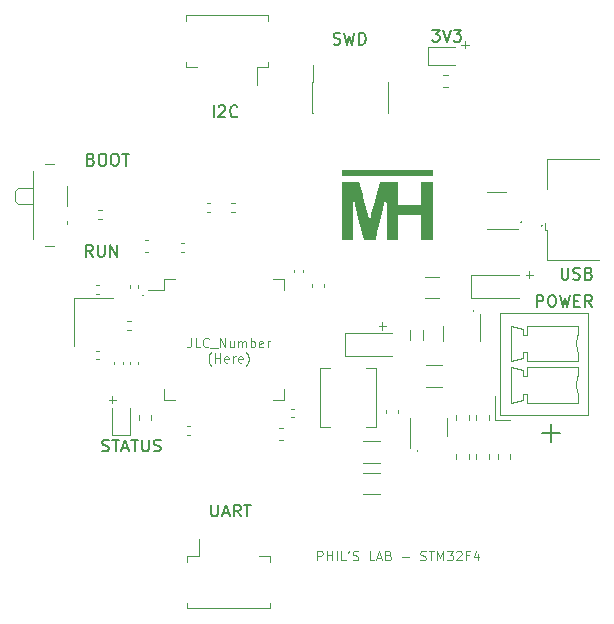
<source format=gbr>
%TF.GenerationSoftware,KiCad,Pcbnew,7.0.7*%
%TF.CreationDate,2023-08-28T01:03:24+03:00*%
%TF.ProjectId,STM32F405_Lesson_1,53544d33-3246-4343-9035-5f4c6573736f,rev?*%
%TF.SameCoordinates,Original*%
%TF.FileFunction,Legend,Top*%
%TF.FilePolarity,Positive*%
%FSLAX46Y46*%
G04 Gerber Fmt 4.6, Leading zero omitted, Abs format (unit mm)*
G04 Created by KiCad (PCBNEW 7.0.7) date 2023-08-28 01:03:24*
%MOMM*%
%LPD*%
G01*
G04 APERTURE LIST*
%ADD10C,0.100000*%
%ADD11C,0.125000*%
%ADD12C,0.150000*%
%ADD13C,0.200000*%
%ADD14C,0.120000*%
G04 APERTURE END LIST*
D10*
X74619047Y-68558895D02*
X74619047Y-69130323D01*
X74619047Y-69130323D02*
X74580952Y-69244609D01*
X74580952Y-69244609D02*
X74504761Y-69320800D01*
X74504761Y-69320800D02*
X74390476Y-69358895D01*
X74390476Y-69358895D02*
X74314285Y-69358895D01*
X75380952Y-69358895D02*
X75000000Y-69358895D01*
X75000000Y-69358895D02*
X75000000Y-68558895D01*
X76104762Y-69282704D02*
X76066666Y-69320800D01*
X76066666Y-69320800D02*
X75952381Y-69358895D01*
X75952381Y-69358895D02*
X75876190Y-69358895D01*
X75876190Y-69358895D02*
X75761904Y-69320800D01*
X75761904Y-69320800D02*
X75685714Y-69244609D01*
X75685714Y-69244609D02*
X75647619Y-69168419D01*
X75647619Y-69168419D02*
X75609523Y-69016038D01*
X75609523Y-69016038D02*
X75609523Y-68901752D01*
X75609523Y-68901752D02*
X75647619Y-68749371D01*
X75647619Y-68749371D02*
X75685714Y-68673180D01*
X75685714Y-68673180D02*
X75761904Y-68596990D01*
X75761904Y-68596990D02*
X75876190Y-68558895D01*
X75876190Y-68558895D02*
X75952381Y-68558895D01*
X75952381Y-68558895D02*
X76066666Y-68596990D01*
X76066666Y-68596990D02*
X76104762Y-68635085D01*
X76257143Y-69435085D02*
X76866666Y-69435085D01*
X77057143Y-69358895D02*
X77057143Y-68558895D01*
X77057143Y-68558895D02*
X77514286Y-69358895D01*
X77514286Y-69358895D02*
X77514286Y-68558895D01*
X78238095Y-68825561D02*
X78238095Y-69358895D01*
X77895238Y-68825561D02*
X77895238Y-69244609D01*
X77895238Y-69244609D02*
X77933333Y-69320800D01*
X77933333Y-69320800D02*
X78009523Y-69358895D01*
X78009523Y-69358895D02*
X78123809Y-69358895D01*
X78123809Y-69358895D02*
X78200000Y-69320800D01*
X78200000Y-69320800D02*
X78238095Y-69282704D01*
X78619048Y-69358895D02*
X78619048Y-68825561D01*
X78619048Y-68901752D02*
X78657143Y-68863657D01*
X78657143Y-68863657D02*
X78733333Y-68825561D01*
X78733333Y-68825561D02*
X78847619Y-68825561D01*
X78847619Y-68825561D02*
X78923810Y-68863657D01*
X78923810Y-68863657D02*
X78961905Y-68939847D01*
X78961905Y-68939847D02*
X78961905Y-69358895D01*
X78961905Y-68939847D02*
X79000000Y-68863657D01*
X79000000Y-68863657D02*
X79076191Y-68825561D01*
X79076191Y-68825561D02*
X79190476Y-68825561D01*
X79190476Y-68825561D02*
X79266667Y-68863657D01*
X79266667Y-68863657D02*
X79304762Y-68939847D01*
X79304762Y-68939847D02*
X79304762Y-69358895D01*
X79685715Y-69358895D02*
X79685715Y-68558895D01*
X79685715Y-68863657D02*
X79761905Y-68825561D01*
X79761905Y-68825561D02*
X79914286Y-68825561D01*
X79914286Y-68825561D02*
X79990477Y-68863657D01*
X79990477Y-68863657D02*
X80028572Y-68901752D01*
X80028572Y-68901752D02*
X80066667Y-68977942D01*
X80066667Y-68977942D02*
X80066667Y-69206514D01*
X80066667Y-69206514D02*
X80028572Y-69282704D01*
X80028572Y-69282704D02*
X79990477Y-69320800D01*
X79990477Y-69320800D02*
X79914286Y-69358895D01*
X79914286Y-69358895D02*
X79761905Y-69358895D01*
X79761905Y-69358895D02*
X79685715Y-69320800D01*
X80714287Y-69320800D02*
X80638096Y-69358895D01*
X80638096Y-69358895D02*
X80485715Y-69358895D01*
X80485715Y-69358895D02*
X80409525Y-69320800D01*
X80409525Y-69320800D02*
X80371429Y-69244609D01*
X80371429Y-69244609D02*
X80371429Y-68939847D01*
X80371429Y-68939847D02*
X80409525Y-68863657D01*
X80409525Y-68863657D02*
X80485715Y-68825561D01*
X80485715Y-68825561D02*
X80638096Y-68825561D01*
X80638096Y-68825561D02*
X80714287Y-68863657D01*
X80714287Y-68863657D02*
X80752382Y-68939847D01*
X80752382Y-68939847D02*
X80752382Y-69016038D01*
X80752382Y-69016038D02*
X80371429Y-69092228D01*
X81095239Y-69358895D02*
X81095239Y-68825561D01*
X81095239Y-68977942D02*
X81133334Y-68901752D01*
X81133334Y-68901752D02*
X81171429Y-68863657D01*
X81171429Y-68863657D02*
X81247620Y-68825561D01*
X81247620Y-68825561D02*
X81323810Y-68825561D01*
X76333334Y-70951657D02*
X76295239Y-70913561D01*
X76295239Y-70913561D02*
X76219048Y-70799276D01*
X76219048Y-70799276D02*
X76180953Y-70723085D01*
X76180953Y-70723085D02*
X76142858Y-70608800D01*
X76142858Y-70608800D02*
X76104763Y-70418323D01*
X76104763Y-70418323D02*
X76104763Y-70265942D01*
X76104763Y-70265942D02*
X76142858Y-70075466D01*
X76142858Y-70075466D02*
X76180953Y-69961180D01*
X76180953Y-69961180D02*
X76219048Y-69884990D01*
X76219048Y-69884990D02*
X76295239Y-69770704D01*
X76295239Y-69770704D02*
X76333334Y-69732609D01*
X76638096Y-70646895D02*
X76638096Y-69846895D01*
X76638096Y-70227847D02*
X77095239Y-70227847D01*
X77095239Y-70646895D02*
X77095239Y-69846895D01*
X77780953Y-70608800D02*
X77704762Y-70646895D01*
X77704762Y-70646895D02*
X77552381Y-70646895D01*
X77552381Y-70646895D02*
X77476191Y-70608800D01*
X77476191Y-70608800D02*
X77438095Y-70532609D01*
X77438095Y-70532609D02*
X77438095Y-70227847D01*
X77438095Y-70227847D02*
X77476191Y-70151657D01*
X77476191Y-70151657D02*
X77552381Y-70113561D01*
X77552381Y-70113561D02*
X77704762Y-70113561D01*
X77704762Y-70113561D02*
X77780953Y-70151657D01*
X77780953Y-70151657D02*
X77819048Y-70227847D01*
X77819048Y-70227847D02*
X77819048Y-70304038D01*
X77819048Y-70304038D02*
X77438095Y-70380228D01*
X78161905Y-70646895D02*
X78161905Y-70113561D01*
X78161905Y-70265942D02*
X78200000Y-70189752D01*
X78200000Y-70189752D02*
X78238095Y-70151657D01*
X78238095Y-70151657D02*
X78314286Y-70113561D01*
X78314286Y-70113561D02*
X78390476Y-70113561D01*
X78961905Y-70608800D02*
X78885714Y-70646895D01*
X78885714Y-70646895D02*
X78733333Y-70646895D01*
X78733333Y-70646895D02*
X78657143Y-70608800D01*
X78657143Y-70608800D02*
X78619047Y-70532609D01*
X78619047Y-70532609D02*
X78619047Y-70227847D01*
X78619047Y-70227847D02*
X78657143Y-70151657D01*
X78657143Y-70151657D02*
X78733333Y-70113561D01*
X78733333Y-70113561D02*
X78885714Y-70113561D01*
X78885714Y-70113561D02*
X78961905Y-70151657D01*
X78961905Y-70151657D02*
X79000000Y-70227847D01*
X79000000Y-70227847D02*
X79000000Y-70304038D01*
X79000000Y-70304038D02*
X78619047Y-70380228D01*
X79266666Y-70951657D02*
X79304761Y-70913561D01*
X79304761Y-70913561D02*
X79380952Y-70799276D01*
X79380952Y-70799276D02*
X79419047Y-70723085D01*
X79419047Y-70723085D02*
X79457142Y-70608800D01*
X79457142Y-70608800D02*
X79495238Y-70418323D01*
X79495238Y-70418323D02*
X79495238Y-70265942D01*
X79495238Y-70265942D02*
X79457142Y-70075466D01*
X79457142Y-70075466D02*
X79419047Y-69961180D01*
X79419047Y-69961180D02*
X79380952Y-69884990D01*
X79380952Y-69884990D02*
X79304761Y-69770704D01*
X79304761Y-69770704D02*
X79266666Y-69732609D01*
D11*
X85322712Y-87395595D02*
X85322712Y-86595595D01*
X85322712Y-86595595D02*
X85627474Y-86595595D01*
X85627474Y-86595595D02*
X85703664Y-86633690D01*
X85703664Y-86633690D02*
X85741759Y-86671785D01*
X85741759Y-86671785D02*
X85779855Y-86747976D01*
X85779855Y-86747976D02*
X85779855Y-86862261D01*
X85779855Y-86862261D02*
X85741759Y-86938452D01*
X85741759Y-86938452D02*
X85703664Y-86976547D01*
X85703664Y-86976547D02*
X85627474Y-87014642D01*
X85627474Y-87014642D02*
X85322712Y-87014642D01*
X86122712Y-87395595D02*
X86122712Y-86595595D01*
X86122712Y-86976547D02*
X86579855Y-86976547D01*
X86579855Y-87395595D02*
X86579855Y-86595595D01*
X86960807Y-87395595D02*
X86960807Y-86595595D01*
X87722711Y-87395595D02*
X87341759Y-87395595D01*
X87341759Y-87395595D02*
X87341759Y-86595595D01*
X88027473Y-86595595D02*
X87951282Y-86747976D01*
X88332234Y-87357500D02*
X88446520Y-87395595D01*
X88446520Y-87395595D02*
X88636996Y-87395595D01*
X88636996Y-87395595D02*
X88713187Y-87357500D01*
X88713187Y-87357500D02*
X88751282Y-87319404D01*
X88751282Y-87319404D02*
X88789377Y-87243214D01*
X88789377Y-87243214D02*
X88789377Y-87167023D01*
X88789377Y-87167023D02*
X88751282Y-87090833D01*
X88751282Y-87090833D02*
X88713187Y-87052738D01*
X88713187Y-87052738D02*
X88636996Y-87014642D01*
X88636996Y-87014642D02*
X88484615Y-86976547D01*
X88484615Y-86976547D02*
X88408425Y-86938452D01*
X88408425Y-86938452D02*
X88370330Y-86900357D01*
X88370330Y-86900357D02*
X88332234Y-86824166D01*
X88332234Y-86824166D02*
X88332234Y-86747976D01*
X88332234Y-86747976D02*
X88370330Y-86671785D01*
X88370330Y-86671785D02*
X88408425Y-86633690D01*
X88408425Y-86633690D02*
X88484615Y-86595595D01*
X88484615Y-86595595D02*
X88675092Y-86595595D01*
X88675092Y-86595595D02*
X88789377Y-86633690D01*
X90122711Y-87395595D02*
X89741759Y-87395595D01*
X89741759Y-87395595D02*
X89741759Y-86595595D01*
X90351282Y-87167023D02*
X90732235Y-87167023D01*
X90275092Y-87395595D02*
X90541759Y-86595595D01*
X90541759Y-86595595D02*
X90808425Y-87395595D01*
X91341758Y-86976547D02*
X91456044Y-87014642D01*
X91456044Y-87014642D02*
X91494139Y-87052738D01*
X91494139Y-87052738D02*
X91532235Y-87128928D01*
X91532235Y-87128928D02*
X91532235Y-87243214D01*
X91532235Y-87243214D02*
X91494139Y-87319404D01*
X91494139Y-87319404D02*
X91456044Y-87357500D01*
X91456044Y-87357500D02*
X91379854Y-87395595D01*
X91379854Y-87395595D02*
X91075092Y-87395595D01*
X91075092Y-87395595D02*
X91075092Y-86595595D01*
X91075092Y-86595595D02*
X91341758Y-86595595D01*
X91341758Y-86595595D02*
X91417949Y-86633690D01*
X91417949Y-86633690D02*
X91456044Y-86671785D01*
X91456044Y-86671785D02*
X91494139Y-86747976D01*
X91494139Y-86747976D02*
X91494139Y-86824166D01*
X91494139Y-86824166D02*
X91456044Y-86900357D01*
X91456044Y-86900357D02*
X91417949Y-86938452D01*
X91417949Y-86938452D02*
X91341758Y-86976547D01*
X91341758Y-86976547D02*
X91075092Y-86976547D01*
X92484616Y-87090833D02*
X93094140Y-87090833D01*
X94046520Y-87357500D02*
X94160806Y-87395595D01*
X94160806Y-87395595D02*
X94351282Y-87395595D01*
X94351282Y-87395595D02*
X94427473Y-87357500D01*
X94427473Y-87357500D02*
X94465568Y-87319404D01*
X94465568Y-87319404D02*
X94503663Y-87243214D01*
X94503663Y-87243214D02*
X94503663Y-87167023D01*
X94503663Y-87167023D02*
X94465568Y-87090833D01*
X94465568Y-87090833D02*
X94427473Y-87052738D01*
X94427473Y-87052738D02*
X94351282Y-87014642D01*
X94351282Y-87014642D02*
X94198901Y-86976547D01*
X94198901Y-86976547D02*
X94122711Y-86938452D01*
X94122711Y-86938452D02*
X94084616Y-86900357D01*
X94084616Y-86900357D02*
X94046520Y-86824166D01*
X94046520Y-86824166D02*
X94046520Y-86747976D01*
X94046520Y-86747976D02*
X94084616Y-86671785D01*
X94084616Y-86671785D02*
X94122711Y-86633690D01*
X94122711Y-86633690D02*
X94198901Y-86595595D01*
X94198901Y-86595595D02*
X94389378Y-86595595D01*
X94389378Y-86595595D02*
X94503663Y-86633690D01*
X94732235Y-86595595D02*
X95189378Y-86595595D01*
X94960806Y-87395595D02*
X94960806Y-86595595D01*
X95456045Y-87395595D02*
X95456045Y-86595595D01*
X95456045Y-86595595D02*
X95722711Y-87167023D01*
X95722711Y-87167023D02*
X95989378Y-86595595D01*
X95989378Y-86595595D02*
X95989378Y-87395595D01*
X96294140Y-86595595D02*
X96789378Y-86595595D01*
X96789378Y-86595595D02*
X96522712Y-86900357D01*
X96522712Y-86900357D02*
X96636997Y-86900357D01*
X96636997Y-86900357D02*
X96713188Y-86938452D01*
X96713188Y-86938452D02*
X96751283Y-86976547D01*
X96751283Y-86976547D02*
X96789378Y-87052738D01*
X96789378Y-87052738D02*
X96789378Y-87243214D01*
X96789378Y-87243214D02*
X96751283Y-87319404D01*
X96751283Y-87319404D02*
X96713188Y-87357500D01*
X96713188Y-87357500D02*
X96636997Y-87395595D01*
X96636997Y-87395595D02*
X96408426Y-87395595D01*
X96408426Y-87395595D02*
X96332235Y-87357500D01*
X96332235Y-87357500D02*
X96294140Y-87319404D01*
X97094140Y-86671785D02*
X97132236Y-86633690D01*
X97132236Y-86633690D02*
X97208426Y-86595595D01*
X97208426Y-86595595D02*
X97398902Y-86595595D01*
X97398902Y-86595595D02*
X97475093Y-86633690D01*
X97475093Y-86633690D02*
X97513188Y-86671785D01*
X97513188Y-86671785D02*
X97551283Y-86747976D01*
X97551283Y-86747976D02*
X97551283Y-86824166D01*
X97551283Y-86824166D02*
X97513188Y-86938452D01*
X97513188Y-86938452D02*
X97056045Y-87395595D01*
X97056045Y-87395595D02*
X97551283Y-87395595D01*
X98160807Y-86976547D02*
X97894141Y-86976547D01*
X97894141Y-87395595D02*
X97894141Y-86595595D01*
X97894141Y-86595595D02*
X98275093Y-86595595D01*
X98922712Y-86862261D02*
X98922712Y-87395595D01*
X98732236Y-86557500D02*
X98541759Y-87128928D01*
X98541759Y-87128928D02*
X99036998Y-87128928D01*
D12*
X66308207Y-61669819D02*
X65974874Y-61193628D01*
X65736779Y-61669819D02*
X65736779Y-60669819D01*
X65736779Y-60669819D02*
X66117731Y-60669819D01*
X66117731Y-60669819D02*
X66212969Y-60717438D01*
X66212969Y-60717438D02*
X66260588Y-60765057D01*
X66260588Y-60765057D02*
X66308207Y-60860295D01*
X66308207Y-60860295D02*
X66308207Y-61003152D01*
X66308207Y-61003152D02*
X66260588Y-61098390D01*
X66260588Y-61098390D02*
X66212969Y-61146009D01*
X66212969Y-61146009D02*
X66117731Y-61193628D01*
X66117731Y-61193628D02*
X65736779Y-61193628D01*
X66736779Y-60669819D02*
X66736779Y-61479342D01*
X66736779Y-61479342D02*
X66784398Y-61574580D01*
X66784398Y-61574580D02*
X66832017Y-61622200D01*
X66832017Y-61622200D02*
X66927255Y-61669819D01*
X66927255Y-61669819D02*
X67117731Y-61669819D01*
X67117731Y-61669819D02*
X67212969Y-61622200D01*
X67212969Y-61622200D02*
X67260588Y-61574580D01*
X67260588Y-61574580D02*
X67308207Y-61479342D01*
X67308207Y-61479342D02*
X67308207Y-60669819D01*
X67784398Y-61669819D02*
X67784398Y-60669819D01*
X67784398Y-60669819D02*
X68355826Y-61669819D01*
X68355826Y-61669819D02*
X68355826Y-60669819D01*
D10*
X67656265Y-73792133D02*
X68265789Y-73792133D01*
X67961027Y-74096895D02*
X67961027Y-73487371D01*
D13*
X104357768Y-76632933D02*
X105881578Y-76632933D01*
X105119673Y-77394838D02*
X105119673Y-75871028D01*
D10*
X90506265Y-67542133D02*
X91115789Y-67542133D01*
X90811027Y-67846895D02*
X90811027Y-67237371D01*
X102956265Y-63192133D02*
X103565789Y-63192133D01*
X103261027Y-63496895D02*
X103261027Y-62887371D01*
X97506265Y-43742133D02*
X98115789Y-43742133D01*
X97811027Y-44046895D02*
X97811027Y-43437371D01*
D12*
X104350000Y-59050000D02*
G75*
G03*
X104350000Y-59050000I-50000J0D01*
G01*
X102600000Y-58750000D02*
G75*
G03*
X102600000Y-58750000I-50000J0D01*
G01*
X98550000Y-66250000D02*
G75*
G03*
X98550000Y-66250000I-50000J0D01*
G01*
X93800000Y-78150000D02*
G75*
G03*
X93800000Y-78150000I-50000J0D01*
G01*
X70550000Y-64950000D02*
G75*
G03*
X70550000Y-64950000I-50000J0D01*
G01*
X67089160Y-78122200D02*
X67232017Y-78169819D01*
X67232017Y-78169819D02*
X67470112Y-78169819D01*
X67470112Y-78169819D02*
X67565350Y-78122200D01*
X67565350Y-78122200D02*
X67612969Y-78074580D01*
X67612969Y-78074580D02*
X67660588Y-77979342D01*
X67660588Y-77979342D02*
X67660588Y-77884104D01*
X67660588Y-77884104D02*
X67612969Y-77788866D01*
X67612969Y-77788866D02*
X67565350Y-77741247D01*
X67565350Y-77741247D02*
X67470112Y-77693628D01*
X67470112Y-77693628D02*
X67279636Y-77646009D01*
X67279636Y-77646009D02*
X67184398Y-77598390D01*
X67184398Y-77598390D02*
X67136779Y-77550771D01*
X67136779Y-77550771D02*
X67089160Y-77455533D01*
X67089160Y-77455533D02*
X67089160Y-77360295D01*
X67089160Y-77360295D02*
X67136779Y-77265057D01*
X67136779Y-77265057D02*
X67184398Y-77217438D01*
X67184398Y-77217438D02*
X67279636Y-77169819D01*
X67279636Y-77169819D02*
X67517731Y-77169819D01*
X67517731Y-77169819D02*
X67660588Y-77217438D01*
X67946303Y-77169819D02*
X68517731Y-77169819D01*
X68232017Y-78169819D02*
X68232017Y-77169819D01*
X68803446Y-77884104D02*
X69279636Y-77884104D01*
X68708208Y-78169819D02*
X69041541Y-77169819D01*
X69041541Y-77169819D02*
X69374874Y-78169819D01*
X69565351Y-77169819D02*
X70136779Y-77169819D01*
X69851065Y-78169819D02*
X69851065Y-77169819D01*
X70470113Y-77169819D02*
X70470113Y-77979342D01*
X70470113Y-77979342D02*
X70517732Y-78074580D01*
X70517732Y-78074580D02*
X70565351Y-78122200D01*
X70565351Y-78122200D02*
X70660589Y-78169819D01*
X70660589Y-78169819D02*
X70851065Y-78169819D01*
X70851065Y-78169819D02*
X70946303Y-78122200D01*
X70946303Y-78122200D02*
X70993922Y-78074580D01*
X70993922Y-78074580D02*
X71041541Y-77979342D01*
X71041541Y-77979342D02*
X71041541Y-77169819D01*
X71470113Y-78122200D02*
X71612970Y-78169819D01*
X71612970Y-78169819D02*
X71851065Y-78169819D01*
X71851065Y-78169819D02*
X71946303Y-78122200D01*
X71946303Y-78122200D02*
X71993922Y-78074580D01*
X71993922Y-78074580D02*
X72041541Y-77979342D01*
X72041541Y-77979342D02*
X72041541Y-77884104D01*
X72041541Y-77884104D02*
X71993922Y-77788866D01*
X71993922Y-77788866D02*
X71946303Y-77741247D01*
X71946303Y-77741247D02*
X71851065Y-77693628D01*
X71851065Y-77693628D02*
X71660589Y-77646009D01*
X71660589Y-77646009D02*
X71565351Y-77598390D01*
X71565351Y-77598390D02*
X71517732Y-77550771D01*
X71517732Y-77550771D02*
X71470113Y-77455533D01*
X71470113Y-77455533D02*
X71470113Y-77360295D01*
X71470113Y-77360295D02*
X71517732Y-77265057D01*
X71517732Y-77265057D02*
X71565351Y-77217438D01*
X71565351Y-77217438D02*
X71660589Y-77169819D01*
X71660589Y-77169819D02*
X71898684Y-77169819D01*
X71898684Y-77169819D02*
X72041541Y-77217438D01*
X95041541Y-42469819D02*
X95660588Y-42469819D01*
X95660588Y-42469819D02*
X95327255Y-42850771D01*
X95327255Y-42850771D02*
X95470112Y-42850771D01*
X95470112Y-42850771D02*
X95565350Y-42898390D01*
X95565350Y-42898390D02*
X95612969Y-42946009D01*
X95612969Y-42946009D02*
X95660588Y-43041247D01*
X95660588Y-43041247D02*
X95660588Y-43279342D01*
X95660588Y-43279342D02*
X95612969Y-43374580D01*
X95612969Y-43374580D02*
X95565350Y-43422200D01*
X95565350Y-43422200D02*
X95470112Y-43469819D01*
X95470112Y-43469819D02*
X95184398Y-43469819D01*
X95184398Y-43469819D02*
X95089160Y-43422200D01*
X95089160Y-43422200D02*
X95041541Y-43374580D01*
X95946303Y-42469819D02*
X96279636Y-43469819D01*
X96279636Y-43469819D02*
X96612969Y-42469819D01*
X96851065Y-42469819D02*
X97470112Y-42469819D01*
X97470112Y-42469819D02*
X97136779Y-42850771D01*
X97136779Y-42850771D02*
X97279636Y-42850771D01*
X97279636Y-42850771D02*
X97374874Y-42898390D01*
X97374874Y-42898390D02*
X97422493Y-42946009D01*
X97422493Y-42946009D02*
X97470112Y-43041247D01*
X97470112Y-43041247D02*
X97470112Y-43279342D01*
X97470112Y-43279342D02*
X97422493Y-43374580D01*
X97422493Y-43374580D02*
X97374874Y-43422200D01*
X97374874Y-43422200D02*
X97279636Y-43469819D01*
X97279636Y-43469819D02*
X96993922Y-43469819D01*
X96993922Y-43469819D02*
X96898684Y-43422200D01*
X96898684Y-43422200D02*
X96851065Y-43374580D01*
X86689160Y-43672200D02*
X86832017Y-43719819D01*
X86832017Y-43719819D02*
X87070112Y-43719819D01*
X87070112Y-43719819D02*
X87165350Y-43672200D01*
X87165350Y-43672200D02*
X87212969Y-43624580D01*
X87212969Y-43624580D02*
X87260588Y-43529342D01*
X87260588Y-43529342D02*
X87260588Y-43434104D01*
X87260588Y-43434104D02*
X87212969Y-43338866D01*
X87212969Y-43338866D02*
X87165350Y-43291247D01*
X87165350Y-43291247D02*
X87070112Y-43243628D01*
X87070112Y-43243628D02*
X86879636Y-43196009D01*
X86879636Y-43196009D02*
X86784398Y-43148390D01*
X86784398Y-43148390D02*
X86736779Y-43100771D01*
X86736779Y-43100771D02*
X86689160Y-43005533D01*
X86689160Y-43005533D02*
X86689160Y-42910295D01*
X86689160Y-42910295D02*
X86736779Y-42815057D01*
X86736779Y-42815057D02*
X86784398Y-42767438D01*
X86784398Y-42767438D02*
X86879636Y-42719819D01*
X86879636Y-42719819D02*
X87117731Y-42719819D01*
X87117731Y-42719819D02*
X87260588Y-42767438D01*
X87593922Y-42719819D02*
X87832017Y-43719819D01*
X87832017Y-43719819D02*
X88022493Y-43005533D01*
X88022493Y-43005533D02*
X88212969Y-43719819D01*
X88212969Y-43719819D02*
X88451065Y-42719819D01*
X88832017Y-43719819D02*
X88832017Y-42719819D01*
X88832017Y-42719819D02*
X89070112Y-42719819D01*
X89070112Y-42719819D02*
X89212969Y-42767438D01*
X89212969Y-42767438D02*
X89308207Y-42862676D01*
X89308207Y-42862676D02*
X89355826Y-42957914D01*
X89355826Y-42957914D02*
X89403445Y-43148390D01*
X89403445Y-43148390D02*
X89403445Y-43291247D01*
X89403445Y-43291247D02*
X89355826Y-43481723D01*
X89355826Y-43481723D02*
X89308207Y-43576961D01*
X89308207Y-43576961D02*
X89212969Y-43672200D01*
X89212969Y-43672200D02*
X89070112Y-43719819D01*
X89070112Y-43719819D02*
X88832017Y-43719819D01*
X66170112Y-53446009D02*
X66312969Y-53493628D01*
X66312969Y-53493628D02*
X66360588Y-53541247D01*
X66360588Y-53541247D02*
X66408207Y-53636485D01*
X66408207Y-53636485D02*
X66408207Y-53779342D01*
X66408207Y-53779342D02*
X66360588Y-53874580D01*
X66360588Y-53874580D02*
X66312969Y-53922200D01*
X66312969Y-53922200D02*
X66217731Y-53969819D01*
X66217731Y-53969819D02*
X65836779Y-53969819D01*
X65836779Y-53969819D02*
X65836779Y-52969819D01*
X65836779Y-52969819D02*
X66170112Y-52969819D01*
X66170112Y-52969819D02*
X66265350Y-53017438D01*
X66265350Y-53017438D02*
X66312969Y-53065057D01*
X66312969Y-53065057D02*
X66360588Y-53160295D01*
X66360588Y-53160295D02*
X66360588Y-53255533D01*
X66360588Y-53255533D02*
X66312969Y-53350771D01*
X66312969Y-53350771D02*
X66265350Y-53398390D01*
X66265350Y-53398390D02*
X66170112Y-53446009D01*
X66170112Y-53446009D02*
X65836779Y-53446009D01*
X67027255Y-52969819D02*
X67217731Y-52969819D01*
X67217731Y-52969819D02*
X67312969Y-53017438D01*
X67312969Y-53017438D02*
X67408207Y-53112676D01*
X67408207Y-53112676D02*
X67455826Y-53303152D01*
X67455826Y-53303152D02*
X67455826Y-53636485D01*
X67455826Y-53636485D02*
X67408207Y-53826961D01*
X67408207Y-53826961D02*
X67312969Y-53922200D01*
X67312969Y-53922200D02*
X67217731Y-53969819D01*
X67217731Y-53969819D02*
X67027255Y-53969819D01*
X67027255Y-53969819D02*
X66932017Y-53922200D01*
X66932017Y-53922200D02*
X66836779Y-53826961D01*
X66836779Y-53826961D02*
X66789160Y-53636485D01*
X66789160Y-53636485D02*
X66789160Y-53303152D01*
X66789160Y-53303152D02*
X66836779Y-53112676D01*
X66836779Y-53112676D02*
X66932017Y-53017438D01*
X66932017Y-53017438D02*
X67027255Y-52969819D01*
X68074874Y-52969819D02*
X68265350Y-52969819D01*
X68265350Y-52969819D02*
X68360588Y-53017438D01*
X68360588Y-53017438D02*
X68455826Y-53112676D01*
X68455826Y-53112676D02*
X68503445Y-53303152D01*
X68503445Y-53303152D02*
X68503445Y-53636485D01*
X68503445Y-53636485D02*
X68455826Y-53826961D01*
X68455826Y-53826961D02*
X68360588Y-53922200D01*
X68360588Y-53922200D02*
X68265350Y-53969819D01*
X68265350Y-53969819D02*
X68074874Y-53969819D01*
X68074874Y-53969819D02*
X67979636Y-53922200D01*
X67979636Y-53922200D02*
X67884398Y-53826961D01*
X67884398Y-53826961D02*
X67836779Y-53636485D01*
X67836779Y-53636485D02*
X67836779Y-53303152D01*
X67836779Y-53303152D02*
X67884398Y-53112676D01*
X67884398Y-53112676D02*
X67979636Y-53017438D01*
X67979636Y-53017438D02*
X68074874Y-52969819D01*
X68789160Y-52969819D02*
X69360588Y-52969819D01*
X69074874Y-53969819D02*
X69074874Y-52969819D01*
X103886779Y-65919819D02*
X103886779Y-64919819D01*
X103886779Y-64919819D02*
X104267731Y-64919819D01*
X104267731Y-64919819D02*
X104362969Y-64967438D01*
X104362969Y-64967438D02*
X104410588Y-65015057D01*
X104410588Y-65015057D02*
X104458207Y-65110295D01*
X104458207Y-65110295D02*
X104458207Y-65253152D01*
X104458207Y-65253152D02*
X104410588Y-65348390D01*
X104410588Y-65348390D02*
X104362969Y-65396009D01*
X104362969Y-65396009D02*
X104267731Y-65443628D01*
X104267731Y-65443628D02*
X103886779Y-65443628D01*
X105077255Y-64919819D02*
X105267731Y-64919819D01*
X105267731Y-64919819D02*
X105362969Y-64967438D01*
X105362969Y-64967438D02*
X105458207Y-65062676D01*
X105458207Y-65062676D02*
X105505826Y-65253152D01*
X105505826Y-65253152D02*
X105505826Y-65586485D01*
X105505826Y-65586485D02*
X105458207Y-65776961D01*
X105458207Y-65776961D02*
X105362969Y-65872200D01*
X105362969Y-65872200D02*
X105267731Y-65919819D01*
X105267731Y-65919819D02*
X105077255Y-65919819D01*
X105077255Y-65919819D02*
X104982017Y-65872200D01*
X104982017Y-65872200D02*
X104886779Y-65776961D01*
X104886779Y-65776961D02*
X104839160Y-65586485D01*
X104839160Y-65586485D02*
X104839160Y-65253152D01*
X104839160Y-65253152D02*
X104886779Y-65062676D01*
X104886779Y-65062676D02*
X104982017Y-64967438D01*
X104982017Y-64967438D02*
X105077255Y-64919819D01*
X105839160Y-64919819D02*
X106077255Y-65919819D01*
X106077255Y-65919819D02*
X106267731Y-65205533D01*
X106267731Y-65205533D02*
X106458207Y-65919819D01*
X106458207Y-65919819D02*
X106696303Y-64919819D01*
X107077255Y-65396009D02*
X107410588Y-65396009D01*
X107553445Y-65919819D02*
X107077255Y-65919819D01*
X107077255Y-65919819D02*
X107077255Y-64919819D01*
X107077255Y-64919819D02*
X107553445Y-64919819D01*
X108553445Y-65919819D02*
X108220112Y-65443628D01*
X107982017Y-65919819D02*
X107982017Y-64919819D01*
X107982017Y-64919819D02*
X108362969Y-64919819D01*
X108362969Y-64919819D02*
X108458207Y-64967438D01*
X108458207Y-64967438D02*
X108505826Y-65015057D01*
X108505826Y-65015057D02*
X108553445Y-65110295D01*
X108553445Y-65110295D02*
X108553445Y-65253152D01*
X108553445Y-65253152D02*
X108505826Y-65348390D01*
X108505826Y-65348390D02*
X108458207Y-65396009D01*
X108458207Y-65396009D02*
X108362969Y-65443628D01*
X108362969Y-65443628D02*
X107982017Y-65443628D01*
X105986779Y-62619819D02*
X105986779Y-63429342D01*
X105986779Y-63429342D02*
X106034398Y-63524580D01*
X106034398Y-63524580D02*
X106082017Y-63572200D01*
X106082017Y-63572200D02*
X106177255Y-63619819D01*
X106177255Y-63619819D02*
X106367731Y-63619819D01*
X106367731Y-63619819D02*
X106462969Y-63572200D01*
X106462969Y-63572200D02*
X106510588Y-63524580D01*
X106510588Y-63524580D02*
X106558207Y-63429342D01*
X106558207Y-63429342D02*
X106558207Y-62619819D01*
X106986779Y-63572200D02*
X107129636Y-63619819D01*
X107129636Y-63619819D02*
X107367731Y-63619819D01*
X107367731Y-63619819D02*
X107462969Y-63572200D01*
X107462969Y-63572200D02*
X107510588Y-63524580D01*
X107510588Y-63524580D02*
X107558207Y-63429342D01*
X107558207Y-63429342D02*
X107558207Y-63334104D01*
X107558207Y-63334104D02*
X107510588Y-63238866D01*
X107510588Y-63238866D02*
X107462969Y-63191247D01*
X107462969Y-63191247D02*
X107367731Y-63143628D01*
X107367731Y-63143628D02*
X107177255Y-63096009D01*
X107177255Y-63096009D02*
X107082017Y-63048390D01*
X107082017Y-63048390D02*
X107034398Y-63000771D01*
X107034398Y-63000771D02*
X106986779Y-62905533D01*
X106986779Y-62905533D02*
X106986779Y-62810295D01*
X106986779Y-62810295D02*
X107034398Y-62715057D01*
X107034398Y-62715057D02*
X107082017Y-62667438D01*
X107082017Y-62667438D02*
X107177255Y-62619819D01*
X107177255Y-62619819D02*
X107415350Y-62619819D01*
X107415350Y-62619819D02*
X107558207Y-62667438D01*
X108320112Y-63096009D02*
X108462969Y-63143628D01*
X108462969Y-63143628D02*
X108510588Y-63191247D01*
X108510588Y-63191247D02*
X108558207Y-63286485D01*
X108558207Y-63286485D02*
X108558207Y-63429342D01*
X108558207Y-63429342D02*
X108510588Y-63524580D01*
X108510588Y-63524580D02*
X108462969Y-63572200D01*
X108462969Y-63572200D02*
X108367731Y-63619819D01*
X108367731Y-63619819D02*
X107986779Y-63619819D01*
X107986779Y-63619819D02*
X107986779Y-62619819D01*
X107986779Y-62619819D02*
X108320112Y-62619819D01*
X108320112Y-62619819D02*
X108415350Y-62667438D01*
X108415350Y-62667438D02*
X108462969Y-62715057D01*
X108462969Y-62715057D02*
X108510588Y-62810295D01*
X108510588Y-62810295D02*
X108510588Y-62905533D01*
X108510588Y-62905533D02*
X108462969Y-63000771D01*
X108462969Y-63000771D02*
X108415350Y-63048390D01*
X108415350Y-63048390D02*
X108320112Y-63096009D01*
X108320112Y-63096009D02*
X107986779Y-63096009D01*
X76336779Y-82669819D02*
X76336779Y-83479342D01*
X76336779Y-83479342D02*
X76384398Y-83574580D01*
X76384398Y-83574580D02*
X76432017Y-83622200D01*
X76432017Y-83622200D02*
X76527255Y-83669819D01*
X76527255Y-83669819D02*
X76717731Y-83669819D01*
X76717731Y-83669819D02*
X76812969Y-83622200D01*
X76812969Y-83622200D02*
X76860588Y-83574580D01*
X76860588Y-83574580D02*
X76908207Y-83479342D01*
X76908207Y-83479342D02*
X76908207Y-82669819D01*
X77336779Y-83384104D02*
X77812969Y-83384104D01*
X77241541Y-83669819D02*
X77574874Y-82669819D01*
X77574874Y-82669819D02*
X77908207Y-83669819D01*
X78812969Y-83669819D02*
X78479636Y-83193628D01*
X78241541Y-83669819D02*
X78241541Y-82669819D01*
X78241541Y-82669819D02*
X78622493Y-82669819D01*
X78622493Y-82669819D02*
X78717731Y-82717438D01*
X78717731Y-82717438D02*
X78765350Y-82765057D01*
X78765350Y-82765057D02*
X78812969Y-82860295D01*
X78812969Y-82860295D02*
X78812969Y-83003152D01*
X78812969Y-83003152D02*
X78765350Y-83098390D01*
X78765350Y-83098390D02*
X78717731Y-83146009D01*
X78717731Y-83146009D02*
X78622493Y-83193628D01*
X78622493Y-83193628D02*
X78241541Y-83193628D01*
X79098684Y-82669819D02*
X79670112Y-82669819D01*
X79384398Y-83669819D02*
X79384398Y-82669819D01*
X76536779Y-49869819D02*
X76536779Y-48869819D01*
X76965350Y-48965057D02*
X77012969Y-48917438D01*
X77012969Y-48917438D02*
X77108207Y-48869819D01*
X77108207Y-48869819D02*
X77346302Y-48869819D01*
X77346302Y-48869819D02*
X77441540Y-48917438D01*
X77441540Y-48917438D02*
X77489159Y-48965057D01*
X77489159Y-48965057D02*
X77536778Y-49060295D01*
X77536778Y-49060295D02*
X77536778Y-49155533D01*
X77536778Y-49155533D02*
X77489159Y-49298390D01*
X77489159Y-49298390D02*
X76917731Y-49869819D01*
X76917731Y-49869819D02*
X77536778Y-49869819D01*
X78536778Y-49774580D02*
X78489159Y-49822200D01*
X78489159Y-49822200D02*
X78346302Y-49869819D01*
X78346302Y-49869819D02*
X78251064Y-49869819D01*
X78251064Y-49869819D02*
X78108207Y-49822200D01*
X78108207Y-49822200D02*
X78012969Y-49726961D01*
X78012969Y-49726961D02*
X77965350Y-49631723D01*
X77965350Y-49631723D02*
X77917731Y-49441247D01*
X77917731Y-49441247D02*
X77917731Y-49298390D01*
X77917731Y-49298390D02*
X77965350Y-49107914D01*
X77965350Y-49107914D02*
X78012969Y-49012676D01*
X78012969Y-49012676D02*
X78108207Y-48917438D01*
X78108207Y-48917438D02*
X78251064Y-48869819D01*
X78251064Y-48869819D02*
X78346302Y-48869819D01*
X78346302Y-48869819D02*
X78489159Y-48917438D01*
X78489159Y-48917438D02*
X78536778Y-48965057D01*
D14*
%TO.C,J4*%
X81285000Y-91460000D02*
X81285000Y-91010000D01*
X74315000Y-87490000D02*
X74315000Y-87040000D01*
X74315000Y-91010000D02*
X74315000Y-91460000D01*
X75265000Y-87040000D02*
X75265000Y-85550000D01*
X74315000Y-87040000D02*
X75265000Y-87040000D01*
X81285000Y-87040000D02*
X80335000Y-87040000D01*
X81285000Y-87490000D02*
X81285000Y-87040000D01*
X74315000Y-91460000D02*
X81285000Y-91460000D01*
%TO.C,J3*%
X74165000Y-41240000D02*
X74165000Y-41690000D01*
X81135000Y-45210000D02*
X81135000Y-45660000D01*
X81135000Y-41690000D02*
X81135000Y-41240000D01*
X80185000Y-45660000D02*
X80185000Y-47150000D01*
X81135000Y-45660000D02*
X80185000Y-45660000D01*
X74165000Y-45660000D02*
X75115000Y-45660000D01*
X74165000Y-45210000D02*
X74165000Y-45660000D01*
X81135000Y-41240000D02*
X74165000Y-41240000D01*
%TO.C,G\u002A\u002A\u002A*%
G36*
X95101427Y-54574190D02*
G01*
X95101427Y-54838380D01*
X91232927Y-54838380D01*
X87364428Y-54838380D01*
X87364428Y-54574190D01*
X87364428Y-54310000D01*
X91232927Y-54310000D01*
X95101427Y-54310000D01*
X95101427Y-54574190D01*
G37*
G36*
X88348676Y-55328017D02*
G01*
X88550023Y-55330485D01*
X88711999Y-55334258D01*
X88823307Y-55339056D01*
X88872648Y-55344602D01*
X88874086Y-55345754D01*
X88883478Y-55387333D01*
X88910043Y-55492727D01*
X88951369Y-55652854D01*
X89005045Y-55858632D01*
X89068656Y-56100980D01*
X89139790Y-56370814D01*
X89216034Y-56659053D01*
X89294977Y-56956615D01*
X89374204Y-57254418D01*
X89451303Y-57543379D01*
X89523862Y-57814417D01*
X89589467Y-58058449D01*
X89645707Y-58266393D01*
X89690167Y-58429168D01*
X89720437Y-58537691D01*
X89733974Y-58582576D01*
X89749884Y-58563853D01*
X89782815Y-58474523D01*
X89831974Y-58317329D01*
X89896566Y-58095014D01*
X89975799Y-57810323D01*
X90068879Y-57465998D01*
X90175012Y-57064783D01*
X90195037Y-56988282D01*
X90629064Y-55327697D01*
X91393328Y-55327415D01*
X92157593Y-55327132D01*
X92157593Y-56308410D01*
X92157593Y-57289688D01*
X93120000Y-57289688D01*
X94082407Y-57289688D01*
X94082407Y-56308410D01*
X94082407Y-55327132D01*
X94591917Y-55327132D01*
X95101427Y-55327132D01*
X95101427Y-57799197D01*
X95101427Y-60271263D01*
X94591917Y-60271263D01*
X94082407Y-60271263D01*
X94082407Y-59195631D01*
X94082407Y-58120000D01*
X93120000Y-58120000D01*
X92157593Y-58120000D01*
X92157593Y-59195631D01*
X92157593Y-60271263D01*
X91685825Y-60271263D01*
X91214057Y-60271263D01*
X91214057Y-59560323D01*
X91213125Y-59328573D01*
X91210501Y-59039883D01*
X91206439Y-58712772D01*
X91201192Y-58365760D01*
X91195017Y-58017364D01*
X91188511Y-57701556D01*
X91162966Y-56553729D01*
X90723473Y-58308707D01*
X90634558Y-58663736D01*
X90550575Y-58999016D01*
X90473443Y-59306899D01*
X90405077Y-59579736D01*
X90347394Y-59809879D01*
X90302312Y-59989679D01*
X90271746Y-60111487D01*
X90257660Y-60167474D01*
X90231341Y-60271263D01*
X89744931Y-60271263D01*
X89258522Y-60271263D01*
X88787296Y-58374755D01*
X88316070Y-56478247D01*
X88312017Y-58374755D01*
X88307964Y-60271263D01*
X87836196Y-60271263D01*
X87364428Y-60271263D01*
X87364428Y-57799197D01*
X87364428Y-55327132D01*
X88119257Y-55327132D01*
X88348676Y-55328017D01*
G37*
%TO.C,R11*%
X95937742Y-46277500D02*
X96412258Y-46277500D01*
X95937742Y-47322500D02*
X96412258Y-47322500D01*
%TO.C,Y1*%
X68050000Y-65200000D02*
X64750000Y-65200000D01*
X64750000Y-65200000D02*
X64750000Y-69200000D01*
%TO.C,C8*%
X73812164Y-60540000D02*
X74027836Y-60540000D01*
X73812164Y-61260000D02*
X74027836Y-61260000D01*
%TO.C,C6*%
X83112164Y-74540000D02*
X83327836Y-74540000D01*
X83112164Y-75260000D02*
X83327836Y-75260000D01*
%TO.C,C11*%
X66827836Y-70360000D02*
X66612164Y-70360000D01*
X66827836Y-69640000D02*
X66612164Y-69640000D01*
%TO.C,F1*%
X95602064Y-65210000D02*
X94397936Y-65210000D01*
X95602064Y-63390000D02*
X94397936Y-63390000D01*
%TO.C,D5*%
X87640000Y-68100000D02*
X87640000Y-70100000D01*
X87640000Y-68100000D02*
X91650000Y-68100000D01*
X87640000Y-70100000D02*
X91650000Y-70100000D01*
%TO.C,Q1*%
X99060000Y-68200000D02*
X99060000Y-66525000D01*
X99060000Y-68200000D02*
X99060000Y-68850000D01*
X95940000Y-68200000D02*
X95940000Y-67550000D01*
X95940000Y-68200000D02*
X95940000Y-68850000D01*
%TO.C,R7*%
X99822500Y-78362742D02*
X99822500Y-78837258D01*
X98777500Y-78362742D02*
X98777500Y-78837258D01*
%TO.C,D2*%
X98340000Y-63200000D02*
X98340000Y-65200000D01*
X98340000Y-63200000D02*
X102350000Y-63200000D01*
X98340000Y-65200000D02*
X102350000Y-65200000D01*
%TO.C,L2*%
X90260000Y-71140000D02*
X89410000Y-71140000D01*
X90260000Y-71140000D02*
X90260000Y-76060000D01*
X85540000Y-71140000D02*
X86390000Y-71140000D01*
X85540000Y-71140000D02*
X85540000Y-76060000D01*
X90260000Y-76060000D02*
X89410000Y-76060000D01*
X85540000Y-76060000D02*
X86390000Y-76060000D01*
%TO.C,J1*%
X100392500Y-75482500D02*
X100392500Y-73482500D01*
X101642500Y-75482500D02*
X100392500Y-75482500D01*
X100782500Y-75092500D02*
X108252500Y-75092500D01*
X108252500Y-75092500D02*
X108252500Y-66472500D01*
X101742500Y-74032500D02*
X101742500Y-71032500D01*
X103092500Y-74032500D02*
X103092500Y-73282500D01*
X107392500Y-74032500D02*
X103092500Y-74032500D01*
X102742500Y-73782500D02*
X101742500Y-74032500D01*
X102742500Y-73282500D02*
X102742500Y-73782500D01*
X103092500Y-73282500D02*
X102742500Y-73282500D01*
X107392500Y-73282500D02*
X107392500Y-74032500D01*
X102742500Y-71782500D02*
X103092500Y-71782500D01*
X103092500Y-71782500D02*
X103092500Y-71032500D01*
X102742500Y-71282500D02*
X102742500Y-71782500D01*
X101742500Y-71032500D02*
X102742500Y-71282500D01*
X103092500Y-71032500D02*
X107392500Y-71032500D01*
X107392500Y-71032500D02*
X107392500Y-71782500D01*
X101742500Y-70532500D02*
X101742500Y-67532500D01*
X103092500Y-70532500D02*
X103092500Y-69782500D01*
X107392500Y-70532500D02*
X103092500Y-70532500D01*
X102742500Y-70282500D02*
X101742500Y-70532500D01*
X102742500Y-69782500D02*
X102742500Y-70282500D01*
X103092500Y-69782500D02*
X102742500Y-69782500D01*
X107392500Y-69782500D02*
X107392500Y-70532500D01*
X102742500Y-68282500D02*
X103092500Y-68282500D01*
X103092500Y-68282500D02*
X103092500Y-67532500D01*
X102742500Y-67782500D02*
X102742500Y-68282500D01*
X101742500Y-67532500D02*
X102742500Y-67782500D01*
X103092500Y-67532500D02*
X107392500Y-67532500D01*
X107392500Y-67532500D02*
X107392500Y-68282500D01*
X100782500Y-66472500D02*
X100782500Y-75092500D01*
X108252500Y-66472500D02*
X100782500Y-66472500D01*
X107392345Y-71782853D02*
G75*
G03*
X107392500Y-73282500I1700155J-749647D01*
G01*
X107392345Y-68282853D02*
G75*
G03*
X107392500Y-69782500I1700155J-749647D01*
G01*
%TO.C,FB1*%
X94260000Y-67900378D02*
X94260000Y-68699622D01*
X93140000Y-67900378D02*
X93140000Y-68699622D01*
%TO.C,C15*%
X89188748Y-77290000D02*
X90611252Y-77290000D01*
X89188748Y-79110000D02*
X90611252Y-79110000D01*
%TO.C,U3*%
X100500000Y-59360000D02*
X102300000Y-59360000D01*
X100500000Y-59360000D02*
X99700000Y-59360000D01*
X100500000Y-56240000D02*
X101300000Y-56240000D01*
X100500000Y-56240000D02*
X99700000Y-56240000D01*
%TO.C,C4*%
X69440000Y-64307836D02*
X69440000Y-64092164D01*
X70160000Y-64307836D02*
X70160000Y-64092164D01*
%TO.C,C10*%
X69440000Y-70787836D02*
X69440000Y-70572164D01*
X70160000Y-70787836D02*
X70160000Y-70572164D01*
%TO.C,R2*%
X69543641Y-67880000D02*
X69236359Y-67880000D01*
X69543641Y-67120000D02*
X69236359Y-67120000D01*
%TO.C,D1*%
X67965000Y-76785000D02*
X69435000Y-76785000D01*
X69435000Y-76785000D02*
X69435000Y-74500000D01*
X67965000Y-74500000D02*
X67965000Y-76785000D01*
%TO.C,D4*%
X94702500Y-43965000D02*
X94702500Y-45435000D01*
X94702500Y-45435000D02*
X96987500Y-45435000D01*
X96987500Y-43965000D02*
X94702500Y-43965000D01*
%TO.C,C13*%
X94488748Y-70890000D02*
X95911252Y-70890000D01*
X94488748Y-72710000D02*
X95911252Y-72710000D01*
%TO.C,C14*%
X91090000Y-74940580D02*
X91090000Y-74659420D01*
X92110000Y-74940580D02*
X92110000Y-74659420D01*
%TO.C,R5*%
X98777500Y-75537258D02*
X98777500Y-75062742D01*
X99822500Y-75537258D02*
X99822500Y-75062742D01*
%TO.C,J5*%
X104785000Y-61960000D02*
X109145000Y-61960000D01*
X104785000Y-61960000D02*
X104785000Y-59460000D01*
X104785000Y-59460000D02*
X104585000Y-59460000D01*
X104585000Y-58800000D02*
X104585000Y-59460000D01*
X104785000Y-55940000D02*
X104785000Y-53440000D01*
X104785000Y-53440000D02*
X109145000Y-53440000D01*
%TO.C,SW1*%
X63045000Y-53850000D02*
X62255000Y-53850000D01*
X61245000Y-54450000D02*
X61245000Y-60150000D01*
X64095000Y-55700000D02*
X64095000Y-57400000D01*
X61245000Y-55900000D02*
X59955000Y-55900000D01*
X59955000Y-55900000D02*
X59745000Y-56100000D01*
X59745000Y-56100000D02*
X59745000Y-57000000D01*
X59955000Y-57200000D02*
X59745000Y-57000000D01*
X59955000Y-57200000D02*
X61245000Y-57200000D01*
X64095000Y-58700000D02*
X64095000Y-58900000D01*
X62255000Y-60750000D02*
X63045000Y-60750000D01*
%TO.C,U1*%
X72290000Y-63590000D02*
X72290000Y-64540000D01*
X72290000Y-64540000D02*
X70950000Y-64540000D01*
X72290000Y-73810000D02*
X72290000Y-72860000D01*
X73240000Y-63590000D02*
X72290000Y-63590000D01*
X73240000Y-73810000D02*
X72290000Y-73810000D01*
X81560000Y-63590000D02*
X82510000Y-63590000D01*
X81560000Y-73810000D02*
X82510000Y-73810000D01*
X82510000Y-63590000D02*
X82510000Y-64540000D01*
X82510000Y-73810000D02*
X82510000Y-72860000D01*
%TO.C,C7*%
X83340000Y-63007836D02*
X83340000Y-62792164D01*
X84060000Y-63007836D02*
X84060000Y-62792164D01*
%TO.C,R10*%
X76253641Y-57880000D02*
X75946359Y-57880000D01*
X76253641Y-57120000D02*
X75946359Y-57120000D01*
%TO.C,C16*%
X89188748Y-79990000D02*
X90611252Y-79990000D01*
X89188748Y-81810000D02*
X90611252Y-81810000D01*
%TO.C,R1*%
X67063641Y-58480000D02*
X66756359Y-58480000D01*
X67063641Y-57720000D02*
X66756359Y-57720000D01*
%TO.C,C9*%
X68140000Y-70787836D02*
X68140000Y-70572164D01*
X68860000Y-70787836D02*
X68860000Y-70572164D01*
%TO.C,C1*%
X84890000Y-64240580D02*
X84890000Y-63959420D01*
X85910000Y-64240580D02*
X85910000Y-63959420D01*
%TO.C,R3*%
X71222500Y-75062742D02*
X71222500Y-75537258D01*
X70177500Y-75062742D02*
X70177500Y-75537258D01*
%TO.C,C5*%
X74507836Y-76760000D02*
X74292164Y-76760000D01*
X74507836Y-76040000D02*
X74292164Y-76040000D01*
%TO.C,C12*%
X66592164Y-64090000D02*
X66807836Y-64090000D01*
X66592164Y-64810000D02*
X66807836Y-64810000D01*
%TO.C,R8*%
X100577500Y-78837258D02*
X100577500Y-78362742D01*
X101622500Y-78837258D02*
X101622500Y-78362742D01*
%TO.C,R4*%
X98122500Y-75062742D02*
X98122500Y-75537258D01*
X97077500Y-75062742D02*
X97077500Y-75537258D01*
%TO.C,J2*%
X84865000Y-49530000D02*
X84925000Y-49530000D01*
X84865000Y-49530000D02*
X84865000Y-46870000D01*
X91275000Y-49530000D02*
X91335000Y-49530000D01*
X91335000Y-49530000D02*
X91335000Y-46870000D01*
X84865000Y-46870000D02*
X84925000Y-46870000D01*
X84925000Y-46870000D02*
X84925000Y-45410000D01*
X91275000Y-46870000D02*
X91335000Y-46870000D01*
%TO.C,R9*%
X78046359Y-57880000D02*
X78353641Y-57880000D01*
X78046359Y-57120000D02*
X78353641Y-57120000D01*
%TO.C,C3*%
X71015580Y-61310000D02*
X70734420Y-61310000D01*
X71015580Y-60290000D02*
X70734420Y-60290000D01*
%TO.C,R6*%
X97077500Y-78837258D02*
X97077500Y-78362742D01*
X98122500Y-78837258D02*
X98122500Y-78362742D01*
%TO.C,U2*%
X93140000Y-76100000D02*
X93140000Y-77900000D01*
X93140000Y-76100000D02*
X93140000Y-75300000D01*
X96260000Y-76100000D02*
X96260000Y-76900000D01*
X96260000Y-76100000D02*
X96260000Y-75300000D01*
%TO.C,C2*%
X82084420Y-76190000D02*
X82365580Y-76190000D01*
X82084420Y-77210000D02*
X82365580Y-77210000D01*
%TD*%
M02*

</source>
